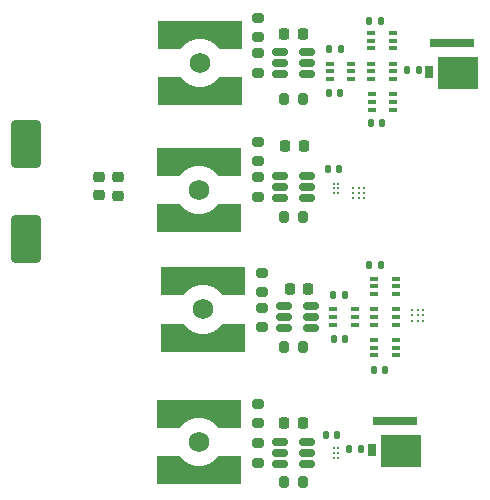
<source format=gbr>
%TF.GenerationSoftware,KiCad,Pcbnew,8.0.0*%
%TF.CreationDate,2024-03-12T18:53:39-07:00*%
%TF.ProjectId,GD_test,47445f74-6573-4742-9e6b-696361645f70,rev?*%
%TF.SameCoordinates,Original*%
%TF.FileFunction,Paste,Top*%
%TF.FilePolarity,Positive*%
%FSLAX46Y46*%
G04 Gerber Fmt 4.6, Leading zero omitted, Abs format (unit mm)*
G04 Created by KiCad (PCBNEW 8.0.0) date 2024-03-12 18:53:39*
%MOMM*%
%LPD*%
G01*
G04 APERTURE LIST*
G04 Aperture macros list*
%AMRoundRect*
0 Rectangle with rounded corners*
0 $1 Rounding radius*
0 $2 $3 $4 $5 $6 $7 $8 $9 X,Y pos of 4 corners*
0 Add a 4 corners polygon primitive as box body*
4,1,4,$2,$3,$4,$5,$6,$7,$8,$9,$2,$3,0*
0 Add four circle primitives for the rounded corners*
1,1,$1+$1,$2,$3*
1,1,$1+$1,$4,$5*
1,1,$1+$1,$6,$7*
1,1,$1+$1,$8,$9*
0 Add four rect primitives between the rounded corners*
20,1,$1+$1,$2,$3,$4,$5,0*
20,1,$1+$1,$4,$5,$6,$7,0*
20,1,$1+$1,$6,$7,$8,$9,0*
20,1,$1+$1,$8,$9,$2,$3,0*%
%AMFreePoly0*
4,1,25,-1.500000,1.420000,-1.360000,1.280000,-1.205000,1.155000,-1.035000,1.045000,-0.860000,0.950000,-0.675000,0.875000,-0.480000,0.820000,-0.280000,0.780000,-0.085000,0.765000,0.085000,0.765000,0.280000,0.780000,0.480000,0.820000,0.675000,0.875000,0.860000,0.950000,1.035000,1.045000,1.205000,1.155000,1.360000,1.280000,1.500000,1.420000,1.645000,1.595000,3.555000,1.595000,
3.555000,-0.755000,-3.555000,-0.755000,-3.555000,1.595000,-1.645000,1.595000,-1.500000,1.420000,-1.500000,1.420000,$1*%
G04 Aperture macros list end*
%ADD10RoundRect,0.250000X-1.000000X1.750000X-1.000000X-1.750000X1.000000X-1.750000X1.000000X1.750000X0*%
%ADD11RoundRect,0.225000X-0.250000X0.225000X-0.250000X-0.225000X0.250000X-0.225000X0.250000X0.225000X0*%
%ADD12R,0.660000X0.300000*%
%ADD13RoundRect,0.140000X-0.140000X-0.170000X0.140000X-0.170000X0.140000X0.170000X-0.140000X0.170000X0*%
%ADD14RoundRect,0.225000X-0.225000X-0.250000X0.225000X-0.250000X0.225000X0.250000X-0.225000X0.250000X0*%
%ADD15RoundRect,0.200000X0.275000X-0.200000X0.275000X0.200000X-0.275000X0.200000X-0.275000X-0.200000X0*%
%ADD16RoundRect,0.200000X0.200000X0.275000X-0.200000X0.275000X-0.200000X-0.275000X0.200000X-0.275000X0*%
%ADD17C,1.730000*%
%ADD18FreePoly0,180.000000*%
%ADD19FreePoly0,0.000000*%
%ADD20RoundRect,0.140000X0.140000X0.170000X-0.140000X0.170000X-0.140000X-0.170000X0.140000X-0.170000X0*%
%ADD21C,0.250000*%
%ADD22RoundRect,0.200000X-0.275000X0.200000X-0.275000X-0.200000X0.275000X-0.200000X0.275000X0.200000X0*%
%ADD23RoundRect,0.150000X-0.512500X-0.150000X0.512500X-0.150000X0.512500X0.150000X-0.512500X0.150000X0*%
%ADD24RoundRect,0.135000X-0.135000X-0.185000X0.135000X-0.185000X0.135000X0.185000X-0.135000X0.185000X0*%
%ADD25C,0.225000*%
%ADD26R,3.750000X0.750000*%
%ADD27R,0.650000X1.050000*%
%ADD28R,3.350000X2.750000*%
G04 APERTURE END LIST*
D10*
%TO.C,C18*%
X109382500Y-91367500D03*
X109382500Y-83367500D03*
%TD*%
D11*
%TO.C,C1*%
X117150000Y-86175000D03*
X117150000Y-87725000D03*
%TD*%
D12*
%TO.C,U13*%
X138850000Y-97350000D03*
X138850000Y-98000000D03*
X138850000Y-98650000D03*
X140690000Y-98650000D03*
X140690000Y-98000000D03*
X140690000Y-97350000D03*
%TD*%
D13*
%TO.C,C14*%
X134720000Y-108000000D03*
X135680000Y-108000000D03*
%TD*%
D14*
%TO.C,C5*%
X131675000Y-95600000D03*
X133225000Y-95600000D03*
%TD*%
D13*
%TO.C,C9*%
X135020000Y-75300000D03*
X135980000Y-75300000D03*
%TD*%
%TO.C,C6*%
X134920000Y-85500000D03*
X135880000Y-85500000D03*
%TD*%
D12*
%TO.C,U9*%
X135360000Y-97350000D03*
X135360000Y-98000000D03*
X135360000Y-98650000D03*
X137200000Y-98650000D03*
X137200000Y-98000000D03*
X137200000Y-97350000D03*
%TD*%
D15*
%TO.C,R3*%
X129000000Y-84825000D03*
X129000000Y-83175000D03*
%TD*%
D16*
%TO.C,R11*%
X132825000Y-112000000D03*
X131175000Y-112000000D03*
%TD*%
D14*
%TO.C,C4*%
X131312500Y-83500000D03*
X132862500Y-83500000D03*
%TD*%
D17*
%TO.C,J2*%
X124300000Y-97350000D03*
D18*
X124300000Y-94550000D03*
D19*
X124300000Y-100150000D03*
%TD*%
D16*
%TO.C,R2*%
X132825000Y-89500000D03*
X131175000Y-89500000D03*
%TD*%
D13*
%TO.C,C11*%
X138520000Y-81600000D03*
X139480000Y-81600000D03*
%TD*%
D20*
%TO.C,C7*%
X139730000Y-102500000D03*
X138770000Y-102500000D03*
%TD*%
D12*
%TO.C,U3*%
X135060000Y-76550000D03*
X135060000Y-77200000D03*
X135060000Y-77850000D03*
X136900000Y-77850000D03*
X136900000Y-77200000D03*
X136900000Y-76550000D03*
%TD*%
D21*
%TO.C,U11*%
X135400000Y-109100000D03*
X135800000Y-109100000D03*
X135400000Y-109500000D03*
X135800000Y-109500000D03*
X135400000Y-109900000D03*
X135800000Y-109900000D03*
%TD*%
D15*
%TO.C,R12*%
X129000000Y-107000000D03*
X129000000Y-105350000D03*
%TD*%
D13*
%TO.C,C13*%
X135370000Y-96150000D03*
X136330000Y-96150000D03*
%TD*%
D22*
%TO.C,R7*%
X129300000Y-97225000D03*
X129300000Y-98875000D03*
%TD*%
D23*
%TO.C,U2*%
X130862500Y-86050000D03*
X130862500Y-87000000D03*
X130862500Y-87950000D03*
X133137500Y-87950000D03*
X133137500Y-87000000D03*
X133137500Y-86050000D03*
%TD*%
D12*
%TO.C,U14*%
X138850000Y-99950000D03*
X138850000Y-100600000D03*
X138850000Y-101250000D03*
X140690000Y-101250000D03*
X140690000Y-100600000D03*
X140690000Y-99950000D03*
%TD*%
D11*
%TO.C,C2*%
X115500000Y-86125000D03*
X115500000Y-87675000D03*
%TD*%
D24*
%TO.C,R14*%
X141640000Y-77050000D03*
X142660000Y-77050000D03*
%TD*%
D15*
%TO.C,R6*%
X129000000Y-74325000D03*
X129000000Y-72675000D03*
%TD*%
D23*
%TO.C,U4*%
X130862500Y-75550000D03*
X130862500Y-76500000D03*
X130862500Y-77450000D03*
X133137500Y-77450000D03*
X133137500Y-76500000D03*
X133137500Y-75550000D03*
%TD*%
D14*
%TO.C,C16*%
X131225000Y-107000000D03*
X132775000Y-107000000D03*
%TD*%
D13*
%TO.C,C12*%
X138420000Y-93550000D03*
X139380000Y-93550000D03*
%TD*%
D21*
%TO.C,U1*%
X135400000Y-86700000D03*
X135800000Y-86700000D03*
X135400000Y-87100000D03*
X135800000Y-87100000D03*
X135400000Y-87500000D03*
X135800000Y-87500000D03*
%TD*%
D12*
%TO.C,U6*%
X138550000Y-76534400D03*
X138550000Y-77184400D03*
X138550000Y-77834400D03*
X140390000Y-77834400D03*
X140390000Y-77184400D03*
X140390000Y-76534400D03*
%TD*%
D17*
%TO.C,J1*%
X124000000Y-87250000D03*
D18*
X124000000Y-84450000D03*
D19*
X124000000Y-90050000D03*
%TD*%
D23*
%TO.C,U8*%
X131225000Y-97050000D03*
X131225000Y-98000000D03*
X131225000Y-98950000D03*
X133500000Y-98950000D03*
X133500000Y-98000000D03*
X133500000Y-97050000D03*
%TD*%
D25*
%TO.C,Q2*%
X137070800Y-87039600D03*
X137070800Y-87489600D03*
X137070800Y-87939600D03*
X137520800Y-87039600D03*
X137520800Y-87489600D03*
X137520800Y-87939600D03*
X137970800Y-87039600D03*
X137970800Y-87489600D03*
X137970800Y-87939600D03*
%TD*%
D17*
%TO.C,J3*%
X124000000Y-108600000D03*
D18*
X124000000Y-105800000D03*
D19*
X124000000Y-111400000D03*
%TD*%
D23*
%TO.C,U10*%
X130862500Y-108550000D03*
X130862500Y-109500000D03*
X130862500Y-110450000D03*
X133137500Y-110450000D03*
X133137500Y-109500000D03*
X133137500Y-108550000D03*
%TD*%
D22*
%TO.C,R1*%
X129000000Y-86175000D03*
X129000000Y-87825000D03*
%TD*%
D15*
%TO.C,R9*%
X129300000Y-95875000D03*
X129300000Y-94225000D03*
%TD*%
D24*
%TO.C,R13*%
X136690000Y-109200000D03*
X137710000Y-109200000D03*
%TD*%
D26*
%TO.C,Q3*%
X140550000Y-106800000D03*
D27*
X138650000Y-109250000D03*
D28*
X141100000Y-109300000D03*
%TD*%
D12*
%TO.C,U7*%
X138600000Y-79150000D03*
X138600000Y-79800000D03*
X138600000Y-80450000D03*
X140440000Y-80450000D03*
X140440000Y-79800000D03*
X140440000Y-79150000D03*
%TD*%
D16*
%TO.C,R5*%
X132825000Y-79500000D03*
X131175000Y-79500000D03*
%TD*%
D13*
%TO.C,C15*%
X135420000Y-99850000D03*
X136380000Y-99850000D03*
%TD*%
D20*
%TO.C,C17*%
X135930000Y-79000000D03*
X134970000Y-79000000D03*
%TD*%
D26*
%TO.C,Q1*%
X145400000Y-74800000D03*
D27*
X143500000Y-77250000D03*
D28*
X145950000Y-77300000D03*
%TD*%
D14*
%TO.C,C10*%
X131225000Y-74000000D03*
X132775000Y-74000000D03*
%TD*%
D22*
%TO.C,R4*%
X129000000Y-75675000D03*
X129000000Y-77325000D03*
%TD*%
D12*
%TO.C,U12*%
X138850000Y-94750000D03*
X138850000Y-95400000D03*
X138850000Y-96050000D03*
X140690000Y-96050000D03*
X140690000Y-95400000D03*
X140690000Y-94750000D03*
%TD*%
D22*
%TO.C,R10*%
X129000000Y-108675000D03*
X129000000Y-110325000D03*
%TD*%
D17*
%TO.C,J4*%
X124050000Y-76500000D03*
D18*
X124050000Y-73700000D03*
D19*
X124050000Y-79300000D03*
%TD*%
D12*
%TO.C,U5*%
X138580000Y-73950000D03*
X138580000Y-74600000D03*
X138580000Y-75250000D03*
X140420000Y-75250000D03*
X140420000Y-74600000D03*
X140420000Y-73950000D03*
%TD*%
D13*
%TO.C,C8*%
X138420000Y-72900000D03*
X139380000Y-72900000D03*
%TD*%
D25*
%TO.C,Q4*%
X142050000Y-97400000D03*
X142050000Y-97850000D03*
X142050000Y-98300000D03*
X142500000Y-97400000D03*
X142500000Y-97850000D03*
X142500000Y-98300000D03*
X142950000Y-97400000D03*
X142950000Y-97850000D03*
X142950000Y-98300000D03*
%TD*%
D16*
%TO.C,R8*%
X132825000Y-100500000D03*
X131175000Y-100500000D03*
%TD*%
M02*

</source>
